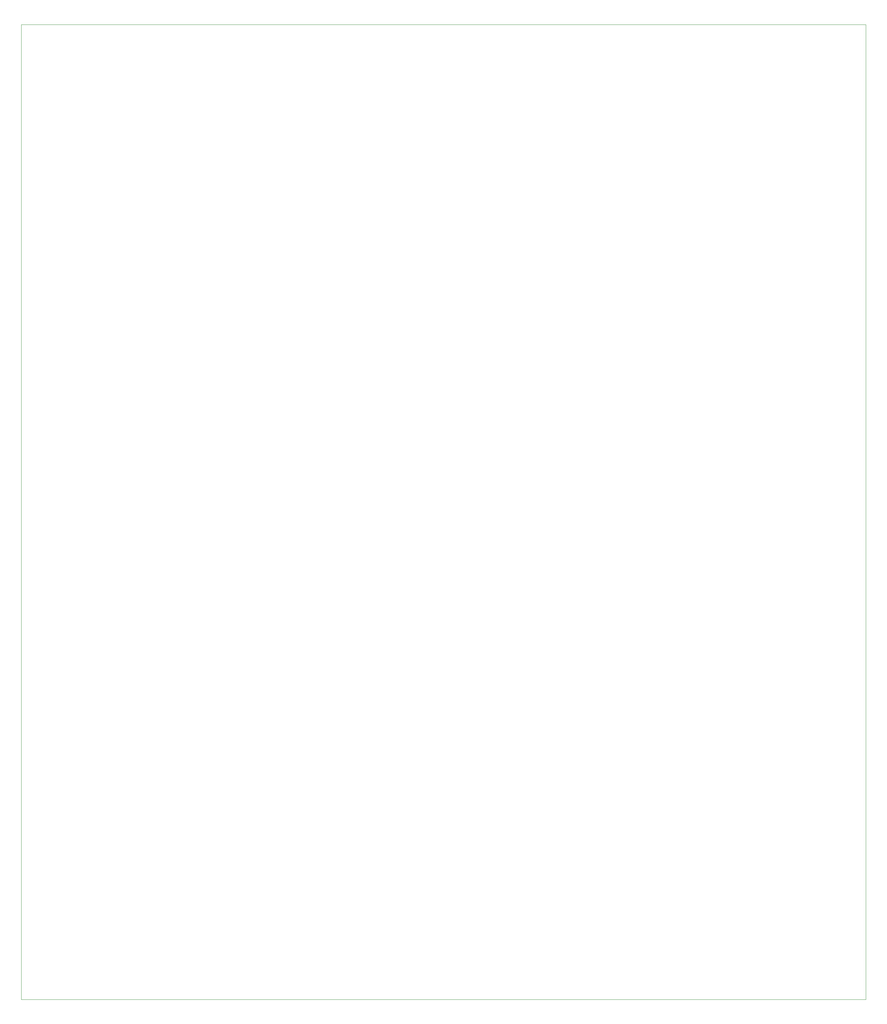
<source format=gbr>
%TF.GenerationSoftware,KiCad,Pcbnew,(6.0.0-0)*%
%TF.CreationDate,2022-01-11T21:03:16-05:00*%
%TF.ProjectId,new-register-backplane,6e65772d-7265-4676-9973-7465722d6261,rev?*%
%TF.SameCoordinates,Original*%
%TF.FileFunction,Profile,NP*%
%FSLAX46Y46*%
G04 Gerber Fmt 4.6, Leading zero omitted, Abs format (unit mm)*
G04 Created by KiCad (PCBNEW (6.0.0-0)) date 2022-01-11 21:03:16*
%MOMM*%
%LPD*%
G01*
G04 APERTURE LIST*
%TA.AperFunction,Profile*%
%ADD10C,0.100000*%
%TD*%
G04 APERTURE END LIST*
D10*
X77719000Y-272542000D02*
X293393000Y-272542000D01*
X293393000Y-272542000D02*
X293393000Y-23622000D01*
X293393000Y-23622000D02*
X77719000Y-23622000D01*
X77719000Y-23622000D02*
X77719000Y-272542000D01*
M02*

</source>
